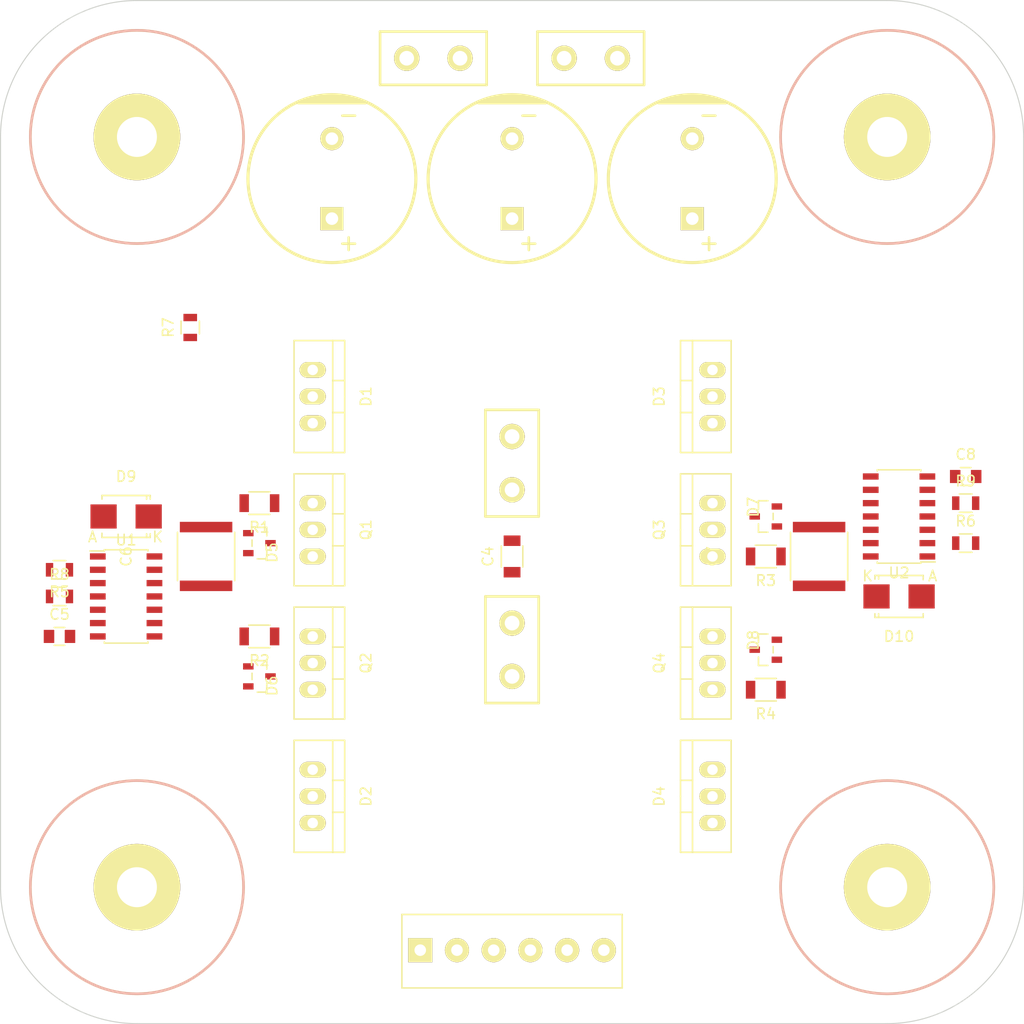
<source format=kicad_pcb>
(kicad_pcb (version 4) (host pcbnew "(after 2015-jan-16 BZR unknown)-product")

  (general
    (links 79)
    (no_connects 79)
    (area 18.148143 28.587 153.451857 134.550001)
    (thickness 1.6)
    (drawings 8)
    (tracks 0)
    (zones 0)
    (modules 42)
    (nets 34)
  )

  (page A4)
  (layers
    (0 F.Cu signal)
    (31 B.Cu signal)
    (32 B.Adhes user)
    (33 F.Adhes user)
    (34 B.Paste user)
    (35 F.Paste user)
    (36 B.SilkS user)
    (37 F.SilkS user)
    (38 B.Mask user)
    (39 F.Mask user)
    (40 Dwgs.User user)
    (41 Cmts.User user)
    (42 Eco1.User user)
    (43 Eco2.User user)
    (44 Edge.Cuts user)
    (45 Margin user)
    (46 B.CrtYd user)
    (47 F.CrtYd user)
    (48 B.Fab user)
    (49 F.Fab user)
  )

  (setup
    (last_trace_width 0.254)
    (trace_clearance 0.254)
    (zone_clearance 0.508)
    (zone_45_only no)
    (trace_min 0.254)
    (segment_width 0.2)
    (edge_width 0.1)
    (via_size 0.889)
    (via_drill 0.635)
    (via_min_size 0.889)
    (via_min_drill 0.508)
    (uvia_size 0.508)
    (uvia_drill 0.127)
    (uvias_allowed no)
    (uvia_min_size 0.508)
    (uvia_min_drill 0.127)
    (pcb_text_width 0.3)
    (pcb_text_size 1.5 1.5)
    (mod_edge_width 0.15)
    (mod_text_size 1 1)
    (mod_text_width 0.15)
    (pad_size 2.3 2.3)
    (pad_drill 1.1)
    (pad_to_mask_clearance 0)
    (aux_axis_origin 0 0)
    (visible_elements FFFFFF7F)
    (pcbplotparams
      (layerselection 0x00030_80000001)
      (usegerberextensions false)
      (excludeedgelayer true)
      (linewidth 0.100000)
      (plotframeref false)
      (viasonmask false)
      (mode 1)
      (useauxorigin false)
      (hpglpennumber 1)
      (hpglpenspeed 20)
      (hpglpendiameter 15)
      (hpglpenoverlay 2)
      (psnegative false)
      (psa4output false)
      (plotreference true)
      (plotvalue true)
      (plotinvisibletext false)
      (padsonsilk false)
      (subtractmaskfromsilk false)
      (outputformat 1)
      (mirror false)
      (drillshape 1)
      (scaleselection 1)
      (outputdirectory ""))
  )

  (net 0 "")
  (net 1 VPP)
  (net 2 GND)
  (net 3 /MOTOR-)
  (net 4 /MOTOR+)
  (net 5 VSS)
  (net 6 VDD)
  (net 7 /Vb_M+)
  (net 8 /Vb_M-)
  (net 9 /HO_M+)
  (net 10 /G_HI_M+)
  (net 11 /LO_M+)
  (net 12 /G_LO_M+)
  (net 13 /HO_M-)
  (net 14 /G_HI_M-)
  (net 15 /LO_M-)
  (net 16 /G_LO_M-)
  (net 17 "Net-(H1-Pad1)")
  (net 18 "Net-(H2-Pad1)")
  (net 19 "Net-(H3-Pad1)")
  (net 20 "Net-(H4-Pad1)")
  (net 21 ENABLE)
  (net 22 PWM_M-)
  (net 23 PWM_M+)
  (net 24 /DT_M+)
  (net 25 /DT_M-)
  (net 26 "Net-(U1-Pad8)")
  (net 27 "Net-(U1-Pad9)")
  (net 28 "Net-(U1-Pad10)")
  (net 29 "Net-(U1-Pad14)")
  (net 30 "Net-(U2-Pad8)")
  (net 31 "Net-(U2-Pad9)")
  (net 32 "Net-(U2-Pad10)")
  (net 33 "Net-(U2-Pad14)")

  (net_class Default "This is the default net class."
    (clearance 0.254)
    (trace_width 0.254)
    (via_dia 0.889)
    (via_drill 0.635)
    (uvia_dia 0.508)
    (uvia_drill 0.127)
    (add_net /DT_M+)
    (add_net /DT_M-)
    (add_net /G_HI_M+)
    (add_net /G_HI_M-)
    (add_net /G_LO_M+)
    (add_net /G_LO_M-)
    (add_net /HO_M+)
    (add_net /HO_M-)
    (add_net /LO_M+)
    (add_net /LO_M-)
    (add_net /MOTOR+)
    (add_net /MOTOR-)
    (add_net /Vb_M+)
    (add_net /Vb_M-)
    (add_net ENABLE)
    (add_net GND)
    (add_net "Net-(H1-Pad1)")
    (add_net "Net-(H2-Pad1)")
    (add_net "Net-(H3-Pad1)")
    (add_net "Net-(H4-Pad1)")
    (add_net "Net-(U1-Pad10)")
    (add_net "Net-(U1-Pad14)")
    (add_net "Net-(U1-Pad8)")
    (add_net "Net-(U1-Pad9)")
    (add_net "Net-(U2-Pad10)")
    (add_net "Net-(U2-Pad14)")
    (add_net "Net-(U2-Pad8)")
    (add_net "Net-(U2-Pad9)")
    (add_net PWM_M+)
    (add_net PWM_M-)
    (add_net VDD)
    (add_net VPP)
    (add_net VSS)
  )

  (module Phase2HBridge2:MountingHole-#6-Conductive (layer F.Cu) (tedit 54D8D0D6) (tstamp 54D945EE)
    (at 50 50)
    (path /54D945D6)
    (fp_text reference H1 (at 0 -19) (layer F.SilkS) hide
      (effects (font (size 2.54 2.54) (thickness 0.254)))
    )
    (fp_text value MountingHole-#6-Conductive (at 0 -14) (layer F.SilkS) hide
      (effects (font (size 2.54 2.54) (thickness 0.254)))
    )
    (fp_circle (center 0 0) (end 10.16 0) (layer B.SilkS) (width 0.254))
    (fp_circle (center 0 0) (end -10.16 0) (layer F.SilkS) (width 0.254))
    (pad 1 thru_hole circle (at 0 0) (size 8.255 8.255) (drill 3.81) (layers *.Cu *.Mask F.SilkS)
      (net 17 "Net-(H1-Pad1)"))
  )

  (module Phase2HBridge2:Capacitor18x31.5RM7.5 (layer F.Cu) (tedit 54D9421D) (tstamp 54D98D09)
    (at 68.58 53.975)
    (descr "Capacitor, pol, cyl 16x25mm")
    (path /54D8FE3F)
    (fp_text reference C1 (at 0 -10.16) (layer F.SilkS) hide
      (effects (font (size 1 1) (thickness 0.15)))
    )
    (fp_text value CAP-ALUM-220uF-200V-20%-EEU-ED2D221 (at 0 10.16) (layer F.SilkS) hide
      (effects (font (size 1 1) (thickness 0.15)))
    )
    (fp_line (start 1 -6) (end 2.2 -6) (layer F.SilkS) (width 0.25))
    (fp_line (start 1.6 5.6) (end 1.6 6.8) (layer F.SilkS) (width 0.25))
    (fp_line (start 2.2 6.2) (end 1 6.2) (layer F.SilkS) (width 0.25))
    (fp_line (start 1.4 -7.8) (end -1.4 -7.8) (layer F.SilkS) (width 0.25))
    (fp_line (start -2.2 -7.6) (end 2.2 -7.6) (layer F.SilkS) (width 0.25))
    (fp_line (start 2.8 -7.4) (end -2.8 -7.4) (layer F.SilkS) (width 0.25))
    (fp_line (start -3.2 -7.2) (end 3.2 -7.2) (layer F.SilkS) (width 0.25))
    (fp_circle (center 0 0) (end 8.001 0) (layer F.SilkS) (width 0.3))
    (pad 1 thru_hole rect (at 0 3.81) (size 2.2 2.2) (drill 1.2) (layers *.Cu *.Mask F.SilkS)
      (net 1 VPP))
    (pad 2 thru_hole circle (at 0 -3.81) (size 2.2 2.2) (drill 1.2) (layers *.Cu *.Mask F.SilkS)
      (net 2 GND))
    (model Capacitors_ThroughHole/Capacitor16x30RM7.5.wrl
      (at (xyz 0 0 0))
      (scale (xyz 1.125 1.125 1.05))
      (rotate (xyz 0 0 0))
    )
  )

  (module Phase2HBridge2:Capacitor18x31.5RM7.5 (layer F.Cu) (tedit 54D94226) (tstamp 54D98DA8)
    (at 102.9208 53.975)
    (descr "Capacitor, pol, cyl 16x25mm")
    (path /54D8FEAF)
    (fp_text reference C2 (at 0 -10.16) (layer F.SilkS) hide
      (effects (font (size 1 1) (thickness 0.15)))
    )
    (fp_text value CAP-ALUM-220uF-200V-20%-EEU-ED2D221 (at 0 10.16) (layer F.SilkS) hide
      (effects (font (size 1 1) (thickness 0.15)))
    )
    (fp_line (start 1 -6) (end 2.2 -6) (layer F.SilkS) (width 0.25))
    (fp_line (start 1.6 5.6) (end 1.6 6.8) (layer F.SilkS) (width 0.25))
    (fp_line (start 2.2 6.2) (end 1 6.2) (layer F.SilkS) (width 0.25))
    (fp_line (start 1.4 -7.8) (end -1.4 -7.8) (layer F.SilkS) (width 0.25))
    (fp_line (start -2.2 -7.6) (end 2.2 -7.6) (layer F.SilkS) (width 0.25))
    (fp_line (start 2.8 -7.4) (end -2.8 -7.4) (layer F.SilkS) (width 0.25))
    (fp_line (start -3.2 -7.2) (end 3.2 -7.2) (layer F.SilkS) (width 0.25))
    (fp_circle (center 0 0) (end 8.001 0) (layer F.SilkS) (width 0.3))
    (pad 1 thru_hole rect (at 0 3.81) (size 2.2 2.2) (drill 1.2) (layers *.Cu *.Mask F.SilkS)
      (net 1 VPP))
    (pad 2 thru_hole circle (at 0 -3.81) (size 2.2 2.2) (drill 1.2) (layers *.Cu *.Mask F.SilkS)
      (net 2 GND))
    (model Capacitors_ThroughHole/Capacitor16x30RM7.5.wrl
      (at (xyz 0 0 0))
      (scale (xyz 1.125 1.125 1.05))
      (rotate (xyz 0 0 0))
    )
  )

  (module Phase2HBridge2:Capacitor18x31.5RM7.5 (layer F.Cu) (tedit 54D94223) (tstamp 54D9925E)
    (at 85.75 53.975)
    (descr "Capacitor, pol, cyl 16x25mm")
    (path /54D8FF0D)
    (fp_text reference C3 (at 0 -10.16) (layer F.SilkS) hide
      (effects (font (size 1 1) (thickness 0.15)))
    )
    (fp_text value CAP-ALUM-220uF-200V-20%-EEU-ED2D221 (at 0 10.16) (layer F.SilkS) hide
      (effects (font (size 1 1) (thickness 0.15)))
    )
    (fp_line (start 1 -6) (end 2.2 -6) (layer F.SilkS) (width 0.25))
    (fp_line (start 1.6 5.6) (end 1.6 6.8) (layer F.SilkS) (width 0.25))
    (fp_line (start 2.2 6.2) (end 1 6.2) (layer F.SilkS) (width 0.25))
    (fp_line (start 1.4 -7.8) (end -1.4 -7.8) (layer F.SilkS) (width 0.25))
    (fp_line (start -2.2 -7.6) (end 2.2 -7.6) (layer F.SilkS) (width 0.25))
    (fp_line (start 2.8 -7.4) (end -2.8 -7.4) (layer F.SilkS) (width 0.25))
    (fp_line (start -3.2 -7.2) (end 3.2 -7.2) (layer F.SilkS) (width 0.25))
    (fp_circle (center 0 0) (end 8.001 0) (layer F.SilkS) (width 0.3))
    (pad 1 thru_hole rect (at 0 3.81) (size 2.2 2.2) (drill 1.2) (layers *.Cu *.Mask F.SilkS)
      (net 1 VPP))
    (pad 2 thru_hole circle (at 0 -3.81) (size 2.2 2.2) (drill 1.2) (layers *.Cu *.Mask F.SilkS)
      (net 2 GND))
    (model Capacitors_ThroughHole/Capacitor16x30RM7.5.wrl
      (at (xyz 0 0 0))
      (scale (xyz 1.125 1.125 1.05))
      (rotate (xyz 0 0 0))
    )
  )

  (module Capacitors_SMD:C_1206 (layer F.Cu) (tedit 54D943FA) (tstamp 54D98B41)
    (at 85.75 89.98 90)
    (descr "Capacitor SMD 1206, reflow soldering, AVX (see smccp.pdf)")
    (tags "capacitor 1206")
    (path /54D8FF86)
    (attr smd)
    (fp_text reference C4 (at 0 -2.3 90) (layer F.SilkS)
      (effects (font (size 1 1) (thickness 0.15)))
    )
    (fp_text value CAP-CER-470pF-630V-5%-NPO-1206-C1206C471JBGACTU (at 0 2.3 90) (layer F.SilkS) hide
      (effects (font (size 1 1) (thickness 0.15)))
    )
    (fp_line (start -2.3 -1.15) (end 2.3 -1.15) (layer F.CrtYd) (width 0.05))
    (fp_line (start -2.3 1.15) (end 2.3 1.15) (layer F.CrtYd) (width 0.05))
    (fp_line (start -2.3 -1.15) (end -2.3 1.15) (layer F.CrtYd) (width 0.05))
    (fp_line (start 2.3 -1.15) (end 2.3 1.15) (layer F.CrtYd) (width 0.05))
    (fp_line (start 1 -1.025) (end -1 -1.025) (layer F.SilkS) (width 0.15))
    (fp_line (start -1 1.025) (end 1 1.025) (layer F.SilkS) (width 0.15))
    (pad 1 smd rect (at -1.5 0 90) (size 1 1.6) (layers F.Cu F.Paste F.Mask)
      (net 3 /MOTOR-))
    (pad 2 smd rect (at 1.5 0 90) (size 1 1.6) (layers F.Cu F.Paste F.Mask)
      (net 4 /MOTOR+))
    (model Capacitors_SMD/C_1206.wrl
      (at (xyz 0 0 0))
      (scale (xyz 1 1 1))
      (rotate (xyz 0 0 0))
    )
  )

  (module Capacitors_SMD:C_0805 (layer F.Cu) (tedit 54D94417) (tstamp 54D98CD3)
    (at 42.62 97.6)
    (descr "Capacitor SMD 0805, reflow soldering, AVX (see smccp.pdf)")
    (tags "capacitor 0805")
    (path /54DA3F61)
    (attr smd)
    (fp_text reference C5 (at 0 -2.1) (layer F.SilkS)
      (effects (font (size 1 1) (thickness 0.15)))
    )
    (fp_text value CAP-CER-0.1uF-50V-10%-X7R-0805-C0805C104K5RACAUTO (at 0 2.1) (layer F.SilkS) hide
      (effects (font (size 1 1) (thickness 0.15)))
    )
    (fp_line (start -1.8 -1) (end 1.8 -1) (layer F.CrtYd) (width 0.05))
    (fp_line (start -1.8 1) (end 1.8 1) (layer F.CrtYd) (width 0.05))
    (fp_line (start -1.8 -1) (end -1.8 1) (layer F.CrtYd) (width 0.05))
    (fp_line (start 1.8 -1) (end 1.8 1) (layer F.CrtYd) (width 0.05))
    (fp_line (start 0.5 -0.85) (end -0.5 -0.85) (layer F.SilkS) (width 0.15))
    (fp_line (start -0.5 0.85) (end 0.5 0.85) (layer F.SilkS) (width 0.15))
    (pad 1 smd rect (at -1 0) (size 1 1.25) (layers F.Cu F.Paste F.Mask)
      (net 5 VSS))
    (pad 2 smd rect (at 1 0) (size 1 1.25) (layers F.Cu F.Paste F.Mask)
      (net 6 VDD))
    (model Capacitors_SMD/C_0805.wrl
      (at (xyz 0 0 0))
      (scale (xyz 1 1 1))
      (rotate (xyz 0 0 0))
    )
  )

  (module Capacitors_SMD:C_2220 (layer F.Cu) (tedit 54D94387) (tstamp 54D98C9B)
    (at 56.59 89.98 90)
    (descr "Capacitor SMD 2220, reflow soldering, AVX (see smccp.pdf)")
    (tags "capacitor 2220")
    (path /54DA02F7)
    (attr smd)
    (fp_text reference C6 (at 0 -7.62 90) (layer F.SilkS)
      (effects (font (size 1 1) (thickness 0.15)))
    )
    (fp_text value CAP-CER-0.68uF-250V-10%-X7R-2220-C2220C684KARACTU (at 0 4 90) (layer F.SilkS) hide
      (effects (font (size 1 1) (thickness 0.15)))
    )
    (fp_line (start -3.6 -2.85) (end 3.6 -2.85) (layer F.CrtYd) (width 0.05))
    (fp_line (start -3.6 2.85) (end 3.6 2.85) (layer F.CrtYd) (width 0.05))
    (fp_line (start -3.6 -2.85) (end -3.6 2.85) (layer F.CrtYd) (width 0.05))
    (fp_line (start 3.6 -2.85) (end 3.6 2.85) (layer F.CrtYd) (width 0.05))
    (fp_line (start 2.3 -2.725) (end -2.3 -2.725) (layer F.SilkS) (width 0.15))
    (fp_line (start -2.3 2.725) (end 2.3 2.725) (layer F.SilkS) (width 0.15))
    (pad 1 smd rect (at -2.8 0 90) (size 1 5) (layers F.Cu F.Paste F.Mask)
      (net 4 /MOTOR+))
    (pad 2 smd rect (at 2.8 0 90) (size 1 5) (layers F.Cu F.Paste F.Mask)
      (net 7 /Vb_M+))
    (model Capacitors_SMD/C_2220.wrl
      (at (xyz 0 0 0))
      (scale (xyz 1 1 1))
      (rotate (xyz 0 0 0))
    )
  )

  (module Capacitors_SMD:C_2220 (layer F.Cu) (tedit 54D94391) (tstamp 54D98B8C)
    (at 115.01 89.98 90)
    (descr "Capacitor SMD 2220, reflow soldering, AVX (see smccp.pdf)")
    (tags "capacitor 2220")
    (path /54DA03B2)
    (attr smd)
    (fp_text reference C7 (at 0 -10.16 90) (layer F.SilkS)
      (effects (font (size 1 1) (thickness 0.15)))
    )
    (fp_text value CAP-CER-0.68uF-250V-10%-X7R-2220-C2220C684KARACTU (at 0 4 90) (layer F.SilkS) hide
      (effects (font (size 1 1) (thickness 0.15)))
    )
    (fp_line (start -3.6 -2.85) (end 3.6 -2.85) (layer F.CrtYd) (width 0.05))
    (fp_line (start -3.6 2.85) (end 3.6 2.85) (layer F.CrtYd) (width 0.05))
    (fp_line (start -3.6 -2.85) (end -3.6 2.85) (layer F.CrtYd) (width 0.05))
    (fp_line (start 3.6 -2.85) (end 3.6 2.85) (layer F.CrtYd) (width 0.05))
    (fp_line (start 2.3 -2.725) (end -2.3 -2.725) (layer F.SilkS) (width 0.15))
    (fp_line (start -2.3 2.725) (end 2.3 2.725) (layer F.SilkS) (width 0.15))
    (pad 1 smd rect (at -2.8 0 90) (size 1 5) (layers F.Cu F.Paste F.Mask)
      (net 8 /Vb_M-))
    (pad 2 smd rect (at 2.8 0 90) (size 1 5) (layers F.Cu F.Paste F.Mask)
      (net 3 /MOTOR-))
    (model Capacitors_SMD/C_2220.wrl
      (at (xyz 0 0 0))
      (scale (xyz 1 1 1))
      (rotate (xyz 0 0 0))
    )
  )

  (module Capacitors_SMD:C_0805 (layer F.Cu) (tedit 54D94427) (tstamp 54D98C56)
    (at 128.98 82.36)
    (descr "Capacitor SMD 0805, reflow soldering, AVX (see smccp.pdf)")
    (tags "capacitor 0805")
    (path /54DA400C)
    (attr smd)
    (fp_text reference C8 (at 0 -2.1) (layer F.SilkS)
      (effects (font (size 1 1) (thickness 0.15)))
    )
    (fp_text value CAP-CER-0.1uF-50V-10%-X7R-0805-C0805C104K5RACAUTO (at 0 2.1) (layer F.SilkS) hide
      (effects (font (size 1 1) (thickness 0.15)))
    )
    (fp_line (start -1.8 -1) (end 1.8 -1) (layer F.CrtYd) (width 0.05))
    (fp_line (start -1.8 1) (end 1.8 1) (layer F.CrtYd) (width 0.05))
    (fp_line (start -1.8 -1) (end -1.8 1) (layer F.CrtYd) (width 0.05))
    (fp_line (start 1.8 -1) (end 1.8 1) (layer F.CrtYd) (width 0.05))
    (fp_line (start 0.5 -0.85) (end -0.5 -0.85) (layer F.SilkS) (width 0.15))
    (fp_line (start -0.5 0.85) (end 0.5 0.85) (layer F.SilkS) (width 0.15))
    (pad 1 smd rect (at -1 0) (size 1 1.25) (layers F.Cu F.Paste F.Mask)
      (net 6 VDD))
    (pad 2 smd rect (at 1 0) (size 1 1.25) (layers F.Cu F.Paste F.Mask)
      (net 5 VSS))
    (model Capacitors_SMD/C_0805.wrl
      (at (xyz 0 0 0))
      (scale (xyz 1 1 1))
      (rotate (xyz 0 0 0))
    )
  )

  (module Transistors_TO-220:TO-220_Neutral123_Vertical (layer F.Cu) (tedit 54D940A5) (tstamp 54D98B53)
    (at 66.75 74.74 270)
    (descr "TO-220, Neutral, Vertical,")
    (tags "TO-220, Neutral, Vertical,")
    (path /54D900B1)
    (fp_text reference D1 (at 0 -5.08 270) (layer F.SilkS)
      (effects (font (size 1 1) (thickness 0.15)))
    )
    (fp_text value DIODE-SCH-250V-40A-MBR40250 (at 0 3.81 270) (layer F.SilkS) hide
      (effects (font (size 1 1) (thickness 0.15)))
    )
    (fp_line (start -1.524 -3.048) (end -1.524 -1.905) (layer F.SilkS) (width 0.15))
    (fp_line (start 1.524 -3.048) (end 1.524 -1.905) (layer F.SilkS) (width 0.15))
    (fp_line (start 5.334 -1.905) (end 5.334 1.778) (layer F.SilkS) (width 0.15))
    (fp_line (start 5.334 1.778) (end -5.334 1.778) (layer F.SilkS) (width 0.15))
    (fp_line (start -5.334 1.778) (end -5.334 -1.905) (layer F.SilkS) (width 0.15))
    (fp_line (start 5.334 -3.048) (end 5.334 -1.905) (layer F.SilkS) (width 0.15))
    (fp_line (start 5.334 -1.905) (end -5.334 -1.905) (layer F.SilkS) (width 0.15))
    (fp_line (start -5.334 -1.905) (end -5.334 -3.048) (layer F.SilkS) (width 0.15))
    (fp_line (start 0 -3.048) (end -5.334 -3.048) (layer F.SilkS) (width 0.15))
    (fp_line (start 0 -3.048) (end 5.334 -3.048) (layer F.SilkS) (width 0.15))
    (pad 2 thru_hole oval (at 0 0) (size 2.49936 1.50114) (drill 1.00076) (layers *.Cu *.Mask F.SilkS))
    (pad 1 thru_hole oval (at -2.54 0) (size 2.49936 1.50114) (drill 1.00076) (layers *.Cu *.Mask F.SilkS)
      (net 1 VPP))
    (pad 3 thru_hole oval (at 2.54 0) (size 2.49936 1.50114) (drill 1.00076) (layers *.Cu *.Mask F.SilkS)
      (net 4 /MOTOR+))
    (model Transistors_TO-220/TO-220_Neutral123_Vertical.wrl
      (at (xyz 0 0 0))
      (scale (xyz 0.3937 0.3937 0.3937))
      (rotate (xyz 0 0 0))
    )
  )

  (module Transistors_TO-220:TO-220_Neutral123_Vertical (layer F.Cu) (tedit 54D940A5) (tstamp 54D98BF3)
    (at 66.75 112.84 270)
    (descr "TO-220, Neutral, Vertical,")
    (tags "TO-220, Neutral, Vertical,")
    (path /54D90124)
    (fp_text reference D2 (at 0 -5.08 270) (layer F.SilkS)
      (effects (font (size 1 1) (thickness 0.15)))
    )
    (fp_text value DIODE-SCH-250V-40A-MBR40250 (at 0 3.81 270) (layer F.SilkS) hide
      (effects (font (size 1 1) (thickness 0.15)))
    )
    (fp_line (start -1.524 -3.048) (end -1.524 -1.905) (layer F.SilkS) (width 0.15))
    (fp_line (start 1.524 -3.048) (end 1.524 -1.905) (layer F.SilkS) (width 0.15))
    (fp_line (start 5.334 -1.905) (end 5.334 1.778) (layer F.SilkS) (width 0.15))
    (fp_line (start 5.334 1.778) (end -5.334 1.778) (layer F.SilkS) (width 0.15))
    (fp_line (start -5.334 1.778) (end -5.334 -1.905) (layer F.SilkS) (width 0.15))
    (fp_line (start 5.334 -3.048) (end 5.334 -1.905) (layer F.SilkS) (width 0.15))
    (fp_line (start 5.334 -1.905) (end -5.334 -1.905) (layer F.SilkS) (width 0.15))
    (fp_line (start -5.334 -1.905) (end -5.334 -3.048) (layer F.SilkS) (width 0.15))
    (fp_line (start 0 -3.048) (end -5.334 -3.048) (layer F.SilkS) (width 0.15))
    (fp_line (start 0 -3.048) (end 5.334 -3.048) (layer F.SilkS) (width 0.15))
    (pad 2 thru_hole oval (at 0 0) (size 2.49936 1.50114) (drill 1.00076) (layers *.Cu *.Mask F.SilkS))
    (pad 1 thru_hole oval (at -2.54 0) (size 2.49936 1.50114) (drill 1.00076) (layers *.Cu *.Mask F.SilkS)
      (net 4 /MOTOR+))
    (pad 3 thru_hole oval (at 2.54 0) (size 2.49936 1.50114) (drill 1.00076) (layers *.Cu *.Mask F.SilkS)
      (net 2 GND))
    (model Transistors_TO-220/TO-220_Neutral123_Vertical.wrl
      (at (xyz 0 0 0))
      (scale (xyz 0.3937 0.3937 0.3937))
      (rotate (xyz 0 0 0))
    )
  )

  (module Transistors_TO-220:TO-220_Neutral123_Vertical (layer F.Cu) (tedit 54D940A5) (tstamp 54D98C68)
    (at 104.85 74.74 90)
    (descr "TO-220, Neutral, Vertical,")
    (tags "TO-220, Neutral, Vertical,")
    (path /54D90210)
    (fp_text reference D3 (at 0 -5.08 90) (layer F.SilkS)
      (effects (font (size 1 1) (thickness 0.15)))
    )
    (fp_text value DIODE-SCH-250V-40A-MBR40250 (at 0 3.81 90) (layer F.SilkS) hide
      (effects (font (size 1 1) (thickness 0.15)))
    )
    (fp_line (start -1.524 -3.048) (end -1.524 -1.905) (layer F.SilkS) (width 0.15))
    (fp_line (start 1.524 -3.048) (end 1.524 -1.905) (layer F.SilkS) (width 0.15))
    (fp_line (start 5.334 -1.905) (end 5.334 1.778) (layer F.SilkS) (width 0.15))
    (fp_line (start 5.334 1.778) (end -5.334 1.778) (layer F.SilkS) (width 0.15))
    (fp_line (start -5.334 1.778) (end -5.334 -1.905) (layer F.SilkS) (width 0.15))
    (fp_line (start 5.334 -3.048) (end 5.334 -1.905) (layer F.SilkS) (width 0.15))
    (fp_line (start 5.334 -1.905) (end -5.334 -1.905) (layer F.SilkS) (width 0.15))
    (fp_line (start -5.334 -1.905) (end -5.334 -3.048) (layer F.SilkS) (width 0.15))
    (fp_line (start 0 -3.048) (end -5.334 -3.048) (layer F.SilkS) (width 0.15))
    (fp_line (start 0 -3.048) (end 5.334 -3.048) (layer F.SilkS) (width 0.15))
    (pad 2 thru_hole oval (at 0 0 180) (size 2.49936 1.50114) (drill 1.00076) (layers *.Cu *.Mask F.SilkS))
    (pad 1 thru_hole oval (at -2.54 0 180) (size 2.49936 1.50114) (drill 1.00076) (layers *.Cu *.Mask F.SilkS)
      (net 1 VPP))
    (pad 3 thru_hole oval (at 2.54 0 180) (size 2.49936 1.50114) (drill 1.00076) (layers *.Cu *.Mask F.SilkS)
      (net 3 /MOTOR-))
    (model Transistors_TO-220/TO-220_Neutral123_Vertical.wrl
      (at (xyz 0 0 0))
      (scale (xyz 0.3937 0.3937 0.3937))
      (rotate (xyz 0 0 0))
    )
  )

  (module Transistors_TO-220:TO-220_Neutral123_Vertical (layer F.Cu) (tedit 54D940A5) (tstamp 54D98BE1)
    (at 104.85 112.84 90)
    (descr "TO-220, Neutral, Vertical,")
    (tags "TO-220, Neutral, Vertical,")
    (path /54D902B2)
    (fp_text reference D4 (at 0 -5.08 90) (layer F.SilkS)
      (effects (font (size 1 1) (thickness 0.15)))
    )
    (fp_text value DIODE-SCH-250V-40A-MBR40250 (at 0 3.81 90) (layer F.SilkS) hide
      (effects (font (size 1 1) (thickness 0.15)))
    )
    (fp_line (start -1.524 -3.048) (end -1.524 -1.905) (layer F.SilkS) (width 0.15))
    (fp_line (start 1.524 -3.048) (end 1.524 -1.905) (layer F.SilkS) (width 0.15))
    (fp_line (start 5.334 -1.905) (end 5.334 1.778) (layer F.SilkS) (width 0.15))
    (fp_line (start 5.334 1.778) (end -5.334 1.778) (layer F.SilkS) (width 0.15))
    (fp_line (start -5.334 1.778) (end -5.334 -1.905) (layer F.SilkS) (width 0.15))
    (fp_line (start 5.334 -3.048) (end 5.334 -1.905) (layer F.SilkS) (width 0.15))
    (fp_line (start 5.334 -1.905) (end -5.334 -1.905) (layer F.SilkS) (width 0.15))
    (fp_line (start -5.334 -1.905) (end -5.334 -3.048) (layer F.SilkS) (width 0.15))
    (fp_line (start 0 -3.048) (end -5.334 -3.048) (layer F.SilkS) (width 0.15))
    (fp_line (start 0 -3.048) (end 5.334 -3.048) (layer F.SilkS) (width 0.15))
    (pad 2 thru_hole oval (at 0 0 180) (size 2.49936 1.50114) (drill 1.00076) (layers *.Cu *.Mask F.SilkS))
    (pad 1 thru_hole oval (at -2.54 0 180) (size 2.49936 1.50114) (drill 1.00076) (layers *.Cu *.Mask F.SilkS)
      (net 3 /MOTOR-))
    (pad 3 thru_hole oval (at 2.54 0 180) (size 2.49936 1.50114) (drill 1.00076) (layers *.Cu *.Mask F.SilkS)
      (net 2 GND))
    (model Transistors_TO-220/TO-220_Neutral123_Vertical.wrl
      (at (xyz 0 0 0))
      (scale (xyz 0.3937 0.3937 0.3937))
      (rotate (xyz 0 0 0))
    )
  )

  (module Transistors_SMD:sot23 (layer F.Cu) (tedit 54D940A5) (tstamp 54D98CA8)
    (at 61.67 88.71 270)
    (descr SOT23)
    (path /54D9047D)
    (attr smd)
    (fp_text reference D5 (at 0.9 -1.2 270) (layer F.SilkS)
      (effects (font (size 1 1) (thickness 0.15)))
    )
    (fp_text value DIODE-SCH-40V-750mA-BAT750 (at 0 2.3 270) (layer F.SilkS) hide
      (effects (font (size 1 1) (thickness 0.15)))
    )
    (fp_line (start -1.5 0.2) (end -1.5 -0.7) (layer F.SilkS) (width 0.15))
    (fp_line (start -1.5 -0.7) (end -0.7 -0.7) (layer F.SilkS) (width 0.15))
    (fp_line (start 1.5 0.2) (end 1.5 -0.7) (layer F.SilkS) (width 0.15))
    (fp_line (start 1.5 -0.7) (end 0.7 -0.7) (layer F.SilkS) (width 0.15))
    (fp_line (start 0.3 0.7) (end -0.3 0.7) (layer F.SilkS) (width 0.15))
    (pad 1 smd rect (at -0.9525 1.05664 270) (size 0.59944 1.00076) (layers F.Cu F.Paste F.Mask)
      (net 9 /HO_M+))
    (pad 3 smd rect (at 0 -1.05664 270) (size 0.59944 1.00076) (layers F.Cu F.Paste F.Mask)
      (net 10 /G_HI_M+))
    (pad 2 smd rect (at 0.9525 1.05664 270) (size 0.59944 1.00076) (layers F.Cu F.Paste F.Mask))
    (model Transistors_SMD/sot23.wrl
      (at (xyz 0 0 0))
      (scale (xyz 1 1 1))
      (rotate (xyz 0 0 0))
    )
  )

  (module Transistors_SMD:sot23 (layer F.Cu) (tedit 54D940A5) (tstamp 54D98D6A)
    (at 61.67 101.41 270)
    (descr SOT23)
    (path /54D9056B)
    (attr smd)
    (fp_text reference D6 (at 0.9 -1.2 270) (layer F.SilkS)
      (effects (font (size 1 1) (thickness 0.15)))
    )
    (fp_text value DIODE-SCH-40V-750mA-BAT750 (at 0 2.3 270) (layer F.SilkS) hide
      (effects (font (size 1 1) (thickness 0.15)))
    )
    (fp_line (start -1.5 0.2) (end -1.5 -0.7) (layer F.SilkS) (width 0.15))
    (fp_line (start -1.5 -0.7) (end -0.7 -0.7) (layer F.SilkS) (width 0.15))
    (fp_line (start 1.5 0.2) (end 1.5 -0.7) (layer F.SilkS) (width 0.15))
    (fp_line (start 1.5 -0.7) (end 0.7 -0.7) (layer F.SilkS) (width 0.15))
    (fp_line (start 0.3 0.7) (end -0.3 0.7) (layer F.SilkS) (width 0.15))
    (pad 1 smd rect (at -0.9525 1.05664 270) (size 0.59944 1.00076) (layers F.Cu F.Paste F.Mask)
      (net 11 /LO_M+))
    (pad 3 smd rect (at 0 -1.05664 270) (size 0.59944 1.00076) (layers F.Cu F.Paste F.Mask)
      (net 12 /G_LO_M+))
    (pad 2 smd rect (at 0.9525 1.05664 270) (size 0.59944 1.00076) (layers F.Cu F.Paste F.Mask))
    (model Transistors_SMD/sot23.wrl
      (at (xyz 0 0 0))
      (scale (xyz 1 1 1))
      (rotate (xyz 0 0 0))
    )
  )

  (module Transistors_SMD:sot23 (layer F.Cu) (tedit 54D940A5) (tstamp 54D98B60)
    (at 109.93 86.17 90)
    (descr SOT23)
    (path /54D905E0)
    (attr smd)
    (fp_text reference D7 (at 0.9 -1.2 90) (layer F.SilkS)
      (effects (font (size 1 1) (thickness 0.15)))
    )
    (fp_text value DIODE-SCH-40V-750mA-BAT750 (at 0 2.3 90) (layer F.SilkS) hide
      (effects (font (size 1 1) (thickness 0.15)))
    )
    (fp_line (start -1.5 0.2) (end -1.5 -0.7) (layer F.SilkS) (width 0.15))
    (fp_line (start -1.5 -0.7) (end -0.7 -0.7) (layer F.SilkS) (width 0.15))
    (fp_line (start 1.5 0.2) (end 1.5 -0.7) (layer F.SilkS) (width 0.15))
    (fp_line (start 1.5 -0.7) (end 0.7 -0.7) (layer F.SilkS) (width 0.15))
    (fp_line (start 0.3 0.7) (end -0.3 0.7) (layer F.SilkS) (width 0.15))
    (pad 1 smd rect (at -0.9525 1.05664 90) (size 0.59944 1.00076) (layers F.Cu F.Paste F.Mask)
      (net 13 /HO_M-))
    (pad 3 smd rect (at 0 -1.05664 90) (size 0.59944 1.00076) (layers F.Cu F.Paste F.Mask)
      (net 14 /G_HI_M-))
    (pad 2 smd rect (at 0.9525 1.05664 90) (size 0.59944 1.00076) (layers F.Cu F.Paste F.Mask))
    (model Transistors_SMD/sot23.wrl
      (at (xyz 0 0 0))
      (scale (xyz 1 1 1))
      (rotate (xyz 0 0 0))
    )
  )

  (module Transistors_SMD:sot23 (layer F.Cu) (tedit 54D940A5) (tstamp 54D98BC4)
    (at 109.93 98.87 90)
    (descr SOT23)
    (path /54D906AC)
    (attr smd)
    (fp_text reference D8 (at 0.9 -1.2 90) (layer F.SilkS)
      (effects (font (size 1 1) (thickness 0.15)))
    )
    (fp_text value DIODE-SCH-40V-750mA-BAT750 (at 0 2.3 90) (layer F.SilkS) hide
      (effects (font (size 1 1) (thickness 0.15)))
    )
    (fp_line (start -1.5 0.2) (end -1.5 -0.7) (layer F.SilkS) (width 0.15))
    (fp_line (start -1.5 -0.7) (end -0.7 -0.7) (layer F.SilkS) (width 0.15))
    (fp_line (start 1.5 0.2) (end 1.5 -0.7) (layer F.SilkS) (width 0.15))
    (fp_line (start 1.5 -0.7) (end 0.7 -0.7) (layer F.SilkS) (width 0.15))
    (fp_line (start 0.3 0.7) (end -0.3 0.7) (layer F.SilkS) (width 0.15))
    (pad 1 smd rect (at -0.9525 1.05664 90) (size 0.59944 1.00076) (layers F.Cu F.Paste F.Mask)
      (net 15 /LO_M-))
    (pad 3 smd rect (at 0 -1.05664 90) (size 0.59944 1.00076) (layers F.Cu F.Paste F.Mask)
      (net 16 /G_LO_M-))
    (pad 2 smd rect (at 0.9525 1.05664 90) (size 0.59944 1.00076) (layers F.Cu F.Paste F.Mask))
    (model Transistors_SMD/sot23.wrl
      (at (xyz 0 0 0))
      (scale (xyz 1 1 1))
      (rotate (xyz 0 0 0))
    )
  )

  (module Diodes_SMD:Diode-SMB_Standard (layer F.Cu) (tedit 54D940A5) (tstamp 54D98C8E)
    (at 48.97 86.17)
    (descr "Diode SMB Standard")
    (tags "Diode SMB Standard")
    (path /54DA04A0)
    (attr smd)
    (fp_text reference D9 (at 0 -3.81) (layer F.SilkS)
      (effects (font (size 1 1) (thickness 0.15)))
    )
    (fp_text value DIODE-SCH-200V-3A-MBRS3200T3G (at 0 3.81) (layer F.SilkS) hide
      (effects (font (size 1 1) (thickness 0.15)))
    )
    (fp_text user A (at -3.2004 1.95072) (layer F.SilkS)
      (effects (font (size 1 1) (thickness 0.15)))
    )
    (fp_text user K (at 2.99974 1.95072) (layer F.SilkS)
      (effects (font (size 1 1) (thickness 0.15)))
    )
    (fp_line (start -2.30124 1.75006) (end -2.30124 1.6002) (layer F.SilkS) (width 0.15))
    (fp_line (start 1.95072 1.75006) (end 1.95072 1.651) (layer F.SilkS) (width 0.15))
    (fp_line (start 2.30124 1.75006) (end 2.30124 1.651) (layer F.SilkS) (width 0.15))
    (fp_line (start -2.30124 -1.75006) (end -2.30124 -1.651) (layer F.SilkS) (width 0.15))
    (fp_line (start 1.95072 -1.75006) (end 1.95072 -1.651) (layer F.SilkS) (width 0.15))
    (fp_line (start 2.30124 -1.75006) (end 2.30124 -1.651) (layer F.SilkS) (width 0.15))
    (fp_circle (center 0 0) (end 0.44958 0.09906) (layer F.Adhes) (width 0.381))
    (fp_circle (center 0 0) (end 0.20066 0.09906) (layer F.Adhes) (width 0.381))
    (fp_line (start 1.95072 1.99898) (end 1.95072 1.80086) (layer F.SilkS) (width 0.15))
    (fp_line (start 1.95072 -1.99898) (end 1.95072 -1.80086) (layer F.SilkS) (width 0.15))
    (fp_line (start 2.29616 1.99644) (end 2.29616 1.79832) (layer F.SilkS) (width 0.15))
    (fp_line (start -2.30632 1.99644) (end 2.29616 1.99644) (layer F.SilkS) (width 0.15))
    (fp_line (start -2.30632 1.99644) (end -2.30632 1.79832) (layer F.SilkS) (width 0.15))
    (fp_line (start -2.30124 -1.99898) (end -2.30124 -1.80086) (layer F.SilkS) (width 0.15))
    (fp_line (start -2.30124 -1.99898) (end 2.30124 -1.99898) (layer F.SilkS) (width 0.15))
    (fp_line (start 2.30124 -1.99898) (end 2.30124 -1.80086) (layer F.SilkS) (width 0.15))
    (pad 1 smd rect (at -2.14884 0) (size 2.49936 2.30124) (layers F.Cu F.Paste F.Mask)
      (net 6 VDD))
    (pad 2 smd rect (at 2.14884 0) (size 2.49936 2.30124) (layers F.Cu F.Paste F.Mask)
      (net 7 /Vb_M+))
    (model Diodes_SMD/Diode-SMB_Standard.wrl
      (at (xyz 0 0 0))
      (scale (xyz 0.3937 0.3937 0.3937))
      (rotate (xyz 0 0 0))
    )
  )

  (module Diodes_SMD:Diode-SMB_Standard (layer F.Cu) (tedit 54D940A5) (tstamp 54D98BA5)
    (at 122.63 93.79 180)
    (descr "Diode SMB Standard")
    (tags "Diode SMB Standard")
    (path /54DA0552)
    (attr smd)
    (fp_text reference D10 (at 0 -3.81 180) (layer F.SilkS)
      (effects (font (size 1 1) (thickness 0.15)))
    )
    (fp_text value DIODE-SCH-200V-3A-MBRS3200T3G (at 0 3.81 180) (layer F.SilkS) hide
      (effects (font (size 1 1) (thickness 0.15)))
    )
    (fp_text user A (at -3.2004 1.95072 180) (layer F.SilkS)
      (effects (font (size 1 1) (thickness 0.15)))
    )
    (fp_text user K (at 2.99974 1.95072 180) (layer F.SilkS)
      (effects (font (size 1 1) (thickness 0.15)))
    )
    (fp_line (start -2.30124 1.75006) (end -2.30124 1.6002) (layer F.SilkS) (width 0.15))
    (fp_line (start 1.95072 1.75006) (end 1.95072 1.651) (layer F.SilkS) (width 0.15))
    (fp_line (start 2.30124 1.75006) (end 2.30124 1.651) (layer F.SilkS) (width 0.15))
    (fp_line (start -2.30124 -1.75006) (end -2.30124 -1.651) (layer F.SilkS) (width 0.15))
    (fp_line (start 1.95072 -1.75006) (end 1.95072 -1.651) (layer F.SilkS) (width 0.15))
    (fp_line (start 2.30124 -1.75006) (end 2.30124 -1.651) (layer F.SilkS) (width 0.15))
    (fp_circle (center 0 0) (end 0.44958 0.09906) (layer F.Adhes) (width 0.381))
    (fp_circle (center 0 0) (end 0.20066 0.09906) (layer F.Adhes) (width 0.381))
    (fp_line (start 1.95072 1.99898) (end 1.95072 1.80086) (layer F.SilkS) (width 0.15))
    (fp_line (start 1.95072 -1.99898) (end 1.95072 -1.80086) (layer F.SilkS) (width 0.15))
    (fp_line (start 2.29616 1.99644) (end 2.29616 1.79832) (layer F.SilkS) (width 0.15))
    (fp_line (start -2.30632 1.99644) (end 2.29616 1.99644) (layer F.SilkS) (width 0.15))
    (fp_line (start -2.30632 1.99644) (end -2.30632 1.79832) (layer F.SilkS) (width 0.15))
    (fp_line (start -2.30124 -1.99898) (end -2.30124 -1.80086) (layer F.SilkS) (width 0.15))
    (fp_line (start -2.30124 -1.99898) (end 2.30124 -1.99898) (layer F.SilkS) (width 0.15))
    (fp_line (start 2.30124 -1.99898) (end 2.30124 -1.80086) (layer F.SilkS) (width 0.15))
    (pad 1 smd rect (at -2.14884 0 180) (size 2.49936 2.30124) (layers F.Cu F.Paste F.Mask)
      (net 6 VDD))
    (pad 2 smd rect (at 2.14884 0 180) (size 2.49936 2.30124) (layers F.Cu F.Paste F.Mask)
      (net 8 /Vb_M-))
    (model Diodes_SMD/Diode-SMB_Standard.wrl
      (at (xyz 0 0 0))
      (scale (xyz 0.3937 0.3937 0.3937))
      (rotate (xyz 0 0 0))
    )
  )

  (module Phase2HBridge2:MountingHole-#6-Conductive (layer F.Cu) (tedit 54D8D0D6) (tstamp 54D945F5)
    (at 50 121.5)
    (path /54D9476A)
    (fp_text reference H2 (at 0 -19) (layer F.SilkS) hide
      (effects (font (size 2.54 2.54) (thickness 0.254)))
    )
    (fp_text value MountingHole-#6-Conductive (at 0 -14) (layer F.SilkS) hide
      (effects (font (size 2.54 2.54) (thickness 0.254)))
    )
    (fp_circle (center 0 0) (end 10.16 0) (layer B.SilkS) (width 0.254))
    (fp_circle (center 0 0) (end -10.16 0) (layer F.SilkS) (width 0.254))
    (pad 1 thru_hole circle (at 0 0) (size 8.255 8.255) (drill 3.81) (layers *.Cu *.Mask F.SilkS)
      (net 18 "Net-(H2-Pad1)"))
  )

  (module Phase2HBridge2:MountingHole-#6-Conductive (layer F.Cu) (tedit 54D8D0D6) (tstamp 54D945FC)
    (at 121.5 50)
    (path /54D947DA)
    (fp_text reference H3 (at 0 -19) (layer F.SilkS) hide
      (effects (font (size 2.54 2.54) (thickness 0.254)))
    )
    (fp_text value MountingHole-#6-Conductive (at 0 -14) (layer F.SilkS) hide
      (effects (font (size 2.54 2.54) (thickness 0.254)))
    )
    (fp_circle (center 0 0) (end 10.16 0) (layer B.SilkS) (width 0.254))
    (fp_circle (center 0 0) (end -10.16 0) (layer F.SilkS) (width 0.254))
    (pad 1 thru_hole circle (at 0 0) (size 8.255 8.255) (drill 3.81) (layers *.Cu *.Mask F.SilkS)
      (net 19 "Net-(H3-Pad1)"))
  )

  (module Phase2HBridge2:MountingHole-#6-Conductive (layer F.Cu) (tedit 54D8D0D6) (tstamp 54D98D72)
    (at 121.5 121.5)
    (path /54D9484D)
    (fp_text reference H4 (at 0 -19) (layer F.SilkS) hide
      (effects (font (size 2.54 2.54) (thickness 0.254)))
    )
    (fp_text value MountingHole-#6-Conductive (at 0 -14) (layer F.SilkS) hide
      (effects (font (size 2.54 2.54) (thickness 0.254)))
    )
    (fp_circle (center 0 0) (end 10.16 0) (layer B.SilkS) (width 0.254))
    (fp_circle (center 0 0) (end -10.16 0) (layer F.SilkS) (width 0.254))
    (pad 1 thru_hole circle (at 0 0) (size 8.255 8.255) (drill 3.81) (layers *.Cu *.Mask F.SilkS)
      (net 20 "Net-(H4-Pad1)"))
  )

  (module Phase2HBridge2:CON-TerminalBlock-6Pos-Side-3.5MM-1776275-6 (layer F.Cu) (tedit 54D94330) (tstamp 54D994A5)
    (at 77 127.5)
    (path /54D9000B)
    (fp_text reference J1 (at 0 -22.86) (layer F.SilkS) hide
      (effects (font (size 2.54 2.54) (thickness 0.254)))
    )
    (fp_text value CONN-01X06-TerminalBlock-3.5mm-Side-1776275-6 (at 10 -5) (layer F.SilkS) hide
      (effects (font (size 2.54 2.54) (thickness 0.254)))
    )
    (fp_line (start -1.75 -3.4) (end -1.75 3.6) (layer F.SilkS) (width 0.15))
    (fp_line (start -1.75 3.6) (end 19.25 3.6) (layer F.SilkS) (width 0.15))
    (fp_line (start 19.25 3.6) (end 19.25 -3.4) (layer F.SilkS) (width 0.15))
    (fp_line (start 19.25 -3.4) (end -1.75 -3.4) (layer F.SilkS) (width 0.15))
    (pad 1 thru_hole rect (at 0 0) (size 2.3 2.3) (drill 1.1) (layers *.Cu *.Mask F.SilkS)
      (net 5 VSS))
    (pad 2 thru_hole circle (at 3.5 0) (size 2.3 2.3) (drill 1.1) (layers *.Cu *.Mask F.SilkS)
      (net 6 VDD))
    (pad 3 thru_hole circle (at 7 0) (size 2.3 2.3) (drill 1.1) (layers *.Cu *.Mask F.SilkS)
      (net 21 ENABLE))
    (pad 4 thru_hole circle (at 10.5 0) (size 2.3 2.3) (drill 1.1) (layers *.Cu *.Mask F.SilkS)
      (net 22 PWM_M-))
    (pad 5 thru_hole circle (at 14 0) (size 2.3 2.3) (drill 1.1) (layers *.Cu *.Mask F.SilkS)
      (net 23 PWM_M+))
    (pad 6 thru_hole circle (at 17.5 0) (size 2.3 2.3) (drill 1.1) (layers *.Cu *.Mask F.SilkS)
      (net 5 VSS))
  )

  (module Phase2HBridge2:CON-FASTON-0.250-1217861-1 (layer F.Cu) (tedit 54D94335) (tstamp 54D98D14)
    (at 78.25 42.5)
    (path /54D9272F)
    (fp_text reference J2 (at 0 -11.43) (layer F.SilkS) hide
      (effects (font (size 2.54 2.54) (thickness 0.254)))
    )
    (fp_text value CONN-FASTON-0.250"-1217861-1 (at 0 -5.08) (layer F.SilkS) hide
      (effects (font (size 2.54 2.54) (thickness 0.254)))
    )
    (fp_line (start 5.08 -2.54) (end -5.08 -2.54) (layer F.SilkS) (width 0.254))
    (fp_line (start -5.08 -2.54) (end -5.08 2.54) (layer F.SilkS) (width 0.254))
    (fp_line (start -5.08 2.54) (end 5.08 2.54) (layer F.SilkS) (width 0.254))
    (fp_line (start 5.08 2.54) (end 5.08 -2.54) (layer F.SilkS) (width 0.254))
    (pad 1 thru_hole circle (at -2.54 0) (size 2.413 2.413) (drill 1.397) (layers *.Cu *.Mask F.SilkS)
      (net 1 VPP))
    (pad 1 thru_hole circle (at 2.54 0) (size 2.413 2.413) (drill 1.397) (layers *.Cu *.Mask F.SilkS)
      (net 1 VPP))
  )

  (module Phase2HBridge2:CON-FASTON-0.250-1217861-1 (layer F.Cu) (tedit 54D94339) (tstamp 54D98D1F)
    (at 93.25 42.5 180)
    (path /54D927B4)
    (fp_text reference J3 (at 0 -11.43 180) (layer F.SilkS) hide
      (effects (font (size 2.54 2.54) (thickness 0.254)))
    )
    (fp_text value CONN-FASTON-0.250"-1217861-1 (at 0 -5.08 180) (layer F.SilkS) hide
      (effects (font (size 2.54 2.54) (thickness 0.254)))
    )
    (fp_line (start 5.08 -2.54) (end -5.08 -2.54) (layer F.SilkS) (width 0.254))
    (fp_line (start -5.08 -2.54) (end -5.08 2.54) (layer F.SilkS) (width 0.254))
    (fp_line (start -5.08 2.54) (end 5.08 2.54) (layer F.SilkS) (width 0.254))
    (fp_line (start 5.08 2.54) (end 5.08 -2.54) (layer F.SilkS) (width 0.254))
    (pad 1 thru_hole circle (at -2.54 0 180) (size 2.413 2.413) (drill 1.397) (layers *.Cu *.Mask F.SilkS)
      (net 2 GND))
    (pad 1 thru_hole circle (at 2.54 0 180) (size 2.413 2.413) (drill 1.397) (layers *.Cu *.Mask F.SilkS)
      (net 2 GND))
  )

  (module Phase2HBridge2:CON-FASTON-0.250-1217861-1 (layer F.Cu) (tedit 54D9431E) (tstamp 54D98B34)
    (at 85.7504 81.09 90)
    (path /54D92824)
    (fp_text reference J4 (at 0 -11.43 90) (layer F.SilkS) hide
      (effects (font (size 2.54 2.54) (thickness 0.254)))
    )
    (fp_text value CONN-FASTON-0.250"-1217861-1 (at 25.4 -2.54 90) (layer F.SilkS) hide
      (effects (font (size 2.54 2.54) (thickness 0.254)))
    )
    (fp_line (start 5.08 -2.54) (end -5.08 -2.54) (layer F.SilkS) (width 0.254))
    (fp_line (start -5.08 -2.54) (end -5.08 2.54) (layer F.SilkS) (width 0.254))
    (fp_line (start -5.08 2.54) (end 5.08 2.54) (layer F.SilkS) (width 0.254))
    (fp_line (start 5.08 2.54) (end 5.08 -2.54) (layer F.SilkS) (width 0.254))
    (pad 1 thru_hole circle (at -2.54 0 90) (size 2.413 2.413) (drill 1.397) (layers *.Cu *.Mask F.SilkS)
      (net 4 /MOTOR+))
    (pad 1 thru_hole circle (at 2.54 0 90) (size 2.413 2.413) (drill 1.397) (layers *.Cu *.Mask F.SilkS)
      (net 4 /MOTOR+))
  )

  (module Phase2HBridge2:CON-FASTON-0.250-1217861-1 (layer F.Cu) (tedit 54D94322) (tstamp 54D98BCF)
    (at 85.7504 98.87 90)
    (path /54D928B3)
    (fp_text reference J5 (at 0 -11.43 90) (layer F.SilkS) hide
      (effects (font (size 2.54 2.54) (thickness 0.254)))
    )
    (fp_text value CONN-FASTON-0.250"-1217861-1 (at 0 -5.08 90) (layer F.SilkS) hide
      (effects (font (size 2.54 2.54) (thickness 0.254)))
    )
    (fp_line (start 5.08 -2.54) (end -5.08 -2.54) (layer F.SilkS) (width 0.254))
    (fp_line (start -5.08 -2.54) (end -5.08 2.54) (layer F.SilkS) (width 0.254))
    (fp_line (start -5.08 2.54) (end 5.08 2.54) (layer F.SilkS) (width 0.254))
    (fp_line (start 5.08 2.54) (end 5.08 -2.54) (layer F.SilkS) (width 0.254))
    (pad 1 thru_hole circle (at -2.54 0 90) (size 2.413 2.413) (drill 1.397) (layers *.Cu *.Mask F.SilkS)
      (net 3 /MOTOR-))
    (pad 1 thru_hole circle (at 2.54 0 90) (size 2.413 2.413) (drill 1.397) (layers *.Cu *.Mask F.SilkS)
      (net 3 /MOTOR-))
  )

  (module Transistors_TO-220:TO-220_Neutral123_Vertical (layer F.Cu) (tedit 54D940A5) (tstamp 54D98D3E)
    (at 66.75 87.44 270)
    (descr "TO-220, Neutral, Vertical,")
    (tags "TO-220, Neutral, Vertical,")
    (path /54D90729)
    (fp_text reference Q1 (at 0 -5.08 270) (layer F.SilkS)
      (effects (font (size 1 1) (thickness 0.15)))
    )
    (fp_text value FET-NCH-400V-26A-TO220-FDP26N40 (at 0 3.81 270) (layer F.SilkS) hide
      (effects (font (size 1 1) (thickness 0.15)))
    )
    (fp_line (start -1.524 -3.048) (end -1.524 -1.905) (layer F.SilkS) (width 0.15))
    (fp_line (start 1.524 -3.048) (end 1.524 -1.905) (layer F.SilkS) (width 0.15))
    (fp_line (start 5.334 -1.905) (end 5.334 1.778) (layer F.SilkS) (width 0.15))
    (fp_line (start 5.334 1.778) (end -5.334 1.778) (layer F.SilkS) (width 0.15))
    (fp_line (start -5.334 1.778) (end -5.334 -1.905) (layer F.SilkS) (width 0.15))
    (fp_line (start 5.334 -3.048) (end 5.334 -1.905) (layer F.SilkS) (width 0.15))
    (fp_line (start 5.334 -1.905) (end -5.334 -1.905) (layer F.SilkS) (width 0.15))
    (fp_line (start -5.334 -1.905) (end -5.334 -3.048) (layer F.SilkS) (width 0.15))
    (fp_line (start 0 -3.048) (end -5.334 -3.048) (layer F.SilkS) (width 0.15))
    (fp_line (start 0 -3.048) (end 5.334 -3.048) (layer F.SilkS) (width 0.15))
    (pad 2 thru_hole oval (at 0 0) (size 2.49936 1.50114) (drill 1.00076) (layers *.Cu *.Mask F.SilkS)
      (net 4 /MOTOR+))
    (pad 1 thru_hole oval (at -2.54 0) (size 2.49936 1.50114) (drill 1.00076) (layers *.Cu *.Mask F.SilkS)
      (net 10 /G_HI_M+))
    (pad 3 thru_hole oval (at 2.54 0) (size 2.49936 1.50114) (drill 1.00076) (layers *.Cu *.Mask F.SilkS)
      (net 1 VPP))
    (model Transistors_TO-220/TO-220_Neutral123_Vertical.wrl
      (at (xyz 0 0 0))
      (scale (xyz 0.3937 0.3937 0.3937))
      (rotate (xyz 0 0 0))
    )
  )

  (module Transistors_TO-220:TO-220_Neutral123_Vertical (layer F.Cu) (tedit 54D940A5) (tstamp 54D98D50)
    (at 66.75 100.14 270)
    (descr "TO-220, Neutral, Vertical,")
    (tags "TO-220, Neutral, Vertical,")
    (path /54D907E5)
    (fp_text reference Q2 (at 0 -5.08 270) (layer F.SilkS)
      (effects (font (size 1 1) (thickness 0.15)))
    )
    (fp_text value FET-NCH-400V-26A-TO220-FDP26N40 (at 0 3.81 270) (layer F.SilkS) hide
      (effects (font (size 1 1) (thickness 0.15)))
    )
    (fp_line (start -1.524 -3.048) (end -1.524 -1.905) (layer F.SilkS) (width 0.15))
    (fp_line (start 1.524 -3.048) (end 1.524 -1.905) (layer F.SilkS) (width 0.15))
    (fp_line (start 5.334 -1.905) (end 5.334 1.778) (layer F.SilkS) (width 0.15))
    (fp_line (start 5.334 1.778) (end -5.334 1.778) (layer F.SilkS) (width 0.15))
    (fp_line (start -5.334 1.778) (end -5.334 -1.905) (layer F.SilkS) (width 0.15))
    (fp_line (start 5.334 -3.048) (end 5.334 -1.905) (layer F.SilkS) (width 0.15))
    (fp_line (start 5.334 -1.905) (end -5.334 -1.905) (layer F.SilkS) (width 0.15))
    (fp_line (start -5.334 -1.905) (end -5.334 -3.048) (layer F.SilkS) (width 0.15))
    (fp_line (start 0 -3.048) (end -5.334 -3.048) (layer F.SilkS) (width 0.15))
    (fp_line (start 0 -3.048) (end 5.334 -3.048) (layer F.SilkS) (width 0.15))
    (pad 2 thru_hole oval (at 0 0) (size 2.49936 1.50114) (drill 1.00076) (layers *.Cu *.Mask F.SilkS)
      (net 2 GND))
    (pad 1 thru_hole oval (at -2.54 0) (size 2.49936 1.50114) (drill 1.00076) (layers *.Cu *.Mask F.SilkS)
      (net 12 /G_LO_M+))
    (pad 3 thru_hole oval (at 2.54 0) (size 2.49936 1.50114) (drill 1.00076) (layers *.Cu *.Mask F.SilkS)
      (net 4 /MOTOR+))
    (model Transistors_TO-220/TO-220_Neutral123_Vertical.wrl
      (at (xyz 0 0 0))
      (scale (xyz 0.3937 0.3937 0.3937))
      (rotate (xyz 0 0 0))
    )
  )

  (module Transistors_TO-220:TO-220_Neutral123_Vertical (layer F.Cu) (tedit 54D940A5) (tstamp 54D98B7F)
    (at 104.85 87.44 90)
    (descr "TO-220, Neutral, Vertical,")
    (tags "TO-220, Neutral, Vertical,")
    (path /54D90986)
    (fp_text reference Q3 (at 0 -5.08 90) (layer F.SilkS)
      (effects (font (size 1 1) (thickness 0.15)))
    )
    (fp_text value FET-NCH-400V-26A-TO220-FDP26N40 (at 0 3.81 90) (layer F.SilkS) hide
      (effects (font (size 1 1) (thickness 0.15)))
    )
    (fp_line (start -1.524 -3.048) (end -1.524 -1.905) (layer F.SilkS) (width 0.15))
    (fp_line (start 1.524 -3.048) (end 1.524 -1.905) (layer F.SilkS) (width 0.15))
    (fp_line (start 5.334 -1.905) (end 5.334 1.778) (layer F.SilkS) (width 0.15))
    (fp_line (start 5.334 1.778) (end -5.334 1.778) (layer F.SilkS) (width 0.15))
    (fp_line (start -5.334 1.778) (end -5.334 -1.905) (layer F.SilkS) (width 0.15))
    (fp_line (start 5.334 -3.048) (end 5.334 -1.905) (layer F.SilkS) (width 0.15))
    (fp_line (start 5.334 -1.905) (end -5.334 -1.905) (layer F.SilkS) (width 0.15))
    (fp_line (start -5.334 -1.905) (end -5.334 -3.048) (layer F.SilkS) (width 0.15))
    (fp_line (start 0 -3.048) (end -5.334 -3.048) (layer F.SilkS) (width 0.15))
    (fp_line (start 0 -3.048) (end 5.334 -3.048) (layer F.SilkS) (width 0.15))
    (pad 2 thru_hole oval (at 0 0 180) (size 2.49936 1.50114) (drill 1.00076) (layers *.Cu *.Mask F.SilkS)
      (net 3 /MOTOR-))
    (pad 1 thru_hole oval (at -2.54 0 180) (size 2.49936 1.50114) (drill 1.00076) (layers *.Cu *.Mask F.SilkS)
      (net 14 /G_HI_M-))
    (pad 3 thru_hole oval (at 2.54 0 180) (size 2.49936 1.50114) (drill 1.00076) (layers *.Cu *.Mask F.SilkS)
      (net 1 VPP))
    (model Transistors_TO-220/TO-220_Neutral123_Vertical.wrl
      (at (xyz 0 0 0))
      (scale (xyz 0.3937 0.3937 0.3937))
      (rotate (xyz 0 0 0))
    )
  )

  (module Transistors_TO-220:TO-220_Neutral123_Vertical (layer F.Cu) (tedit 54D940A5) (tstamp 54D98BB7)
    (at 104.85 100.14 90)
    (descr "TO-220, Neutral, Vertical,")
    (tags "TO-220, Neutral, Vertical,")
    (path /54D90A07)
    (fp_text reference Q4 (at 0 -5.08 90) (layer F.SilkS)
      (effects (font (size 1 1) (thickness 0.15)))
    )
    (fp_text value FET-NCH-400V-26A-TO220-FDP26N40 (at 0 3.81 90) (layer F.SilkS) hide
      (effects (font (size 1 1) (thickness 0.15)))
    )
    (fp_line (start -1.524 -3.048) (end -1.524 -1.905) (layer F.SilkS) (width 0.15))
    (fp_line (start 1.524 -3.048) (end 1.524 -1.905) (layer F.SilkS) (width 0.15))
    (fp_line (start 5.334 -1.905) (end 5.334 1.778) (layer F.SilkS) (width 0.15))
    (fp_line (start 5.334 1.778) (end -5.334 1.778) (layer F.SilkS) (width 0.15))
    (fp_line (start -5.334 1.778) (end -5.334 -1.905) (layer F.SilkS) (width 0.15))
    (fp_line (start 5.334 -3.048) (end 5.334 -1.905) (layer F.SilkS) (width 0.15))
    (fp_line (start 5.334 -1.905) (end -5.334 -1.905) (layer F.SilkS) (width 0.15))
    (fp_line (start -5.334 -1.905) (end -5.334 -3.048) (layer F.SilkS) (width 0.15))
    (fp_line (start 0 -3.048) (end -5.334 -3.048) (layer F.SilkS) (width 0.15))
    (fp_line (start 0 -3.048) (end 5.334 -3.048) (layer F.SilkS) (width 0.15))
    (pad 2 thru_hole oval (at 0 0 180) (size 2.49936 1.50114) (drill 1.00076) (layers *.Cu *.Mask F.SilkS)
      (net 2 GND))
    (pad 1 thru_hole oval (at -2.54 0 180) (size 2.49936 1.50114) (drill 1.00076) (layers *.Cu *.Mask F.SilkS)
      (net 16 /G_LO_M-))
    (pad 3 thru_hole oval (at 2.54 0 180) (size 2.49936 1.50114) (drill 1.00076) (layers *.Cu *.Mask F.SilkS)
      (net 3 /MOTOR-))
    (model Transistors_TO-220/TO-220_Neutral123_Vertical.wrl
      (at (xyz 0 0 0))
      (scale (xyz 0.3937 0.3937 0.3937))
      (rotate (xyz 0 0 0))
    )
  )

  (module Resistors_SMD:R_1206 (layer F.Cu) (tedit 54D9440A) (tstamp 54D98D2C)
    (at 61.67 84.9 180)
    (descr "Resistor SMD 1206, reflow soldering, Vishay (see dcrcw.pdf)")
    (tags "resistor 1206")
    (path /54D90FBF)
    (attr smd)
    (fp_text reference R1 (at 0 -2.3 180) (layer F.SilkS)
      (effects (font (size 1 1) (thickness 0.15)))
    )
    (fp_text value RES-4.7-.25W-1%-1206-CRCW12064R70FKEA (at 0 2.3 180) (layer F.SilkS) hide
      (effects (font (size 1 1) (thickness 0.15)))
    )
    (fp_line (start -2.2 -1.2) (end 2.2 -1.2) (layer F.CrtYd) (width 0.05))
    (fp_line (start -2.2 1.2) (end 2.2 1.2) (layer F.CrtYd) (width 0.05))
    (fp_line (start -2.2 -1.2) (end -2.2 1.2) (layer F.CrtYd) (width 0.05))
    (fp_line (start 2.2 -1.2) (end 2.2 1.2) (layer F.CrtYd) (width 0.05))
    (fp_line (start 1 1.075) (end -1 1.075) (layer F.SilkS) (width 0.15))
    (fp_line (start -1 -1.075) (end 1 -1.075) (layer F.SilkS) (width 0.15))
    (pad 1 smd rect (at -1.45 0 180) (size 0.9 1.7) (layers F.Cu F.Paste F.Mask)
      (net 10 /G_HI_M+))
    (pad 2 smd rect (at 1.45 0 180) (size 0.9 1.7) (layers F.Cu F.Paste F.Mask)
      (net 9 /HO_M+))
    (model Resistors_SMD/R_1206.wrl
      (at (xyz 0 0 0))
      (scale (xyz 1 1 1))
      (rotate (xyz 0 0 0))
    )
  )

  (module Resistors_SMD:R_1206 (layer F.Cu) (tedit 54D94405) (tstamp 54D98D5D)
    (at 61.67 97.6 180)
    (descr "Resistor SMD 1206, reflow soldering, Vishay (see dcrcw.pdf)")
    (tags "resistor 1206")
    (path /54D91066)
    (attr smd)
    (fp_text reference R2 (at 0 -2.3 180) (layer F.SilkS)
      (effects (font (size 1 1) (thickness 0.15)))
    )
    (fp_text value RES-4.7-.25W-1%-1206-CRCW12064R70FKEA (at 0 2.3 180) (layer F.SilkS) hide
      (effects (font (size 1 1) (thickness 0.15)))
    )
    (fp_line (start -2.2 -1.2) (end 2.2 -1.2) (layer F.CrtYd) (width 0.05))
    (fp_line (start -2.2 1.2) (end 2.2 1.2) (layer F.CrtYd) (width 0.05))
    (fp_line (start -2.2 -1.2) (end -2.2 1.2) (layer F.CrtYd) (width 0.05))
    (fp_line (start 2.2 -1.2) (end 2.2 1.2) (layer F.CrtYd) (width 0.05))
    (fp_line (start 1 1.075) (end -1 1.075) (layer F.SilkS) (width 0.15))
    (fp_line (start -1 -1.075) (end 1 -1.075) (layer F.SilkS) (width 0.15))
    (pad 1 smd rect (at -1.45 0 180) (size 0.9 1.7) (layers F.Cu F.Paste F.Mask)
      (net 12 /G_LO_M+))
    (pad 2 smd rect (at 1.45 0 180) (size 0.9 1.7) (layers F.Cu F.Paste F.Mask)
      (net 11 /LO_M+))
    (model Resistors_SMD/R_1206.wrl
      (at (xyz 0 0 0))
      (scale (xyz 1 1 1))
      (rotate (xyz 0 0 0))
    )
  )

  (module Resistors_SMD:R_1206 (layer F.Cu) (tedit 54D94402) (tstamp 54D98B6D)
    (at 109.93 89.98 180)
    (descr "Resistor SMD 1206, reflow soldering, Vishay (see dcrcw.pdf)")
    (tags "resistor 1206")
    (path /54D910F1)
    (attr smd)
    (fp_text reference R3 (at 0 -2.3 180) (layer F.SilkS)
      (effects (font (size 1 1) (thickness 0.15)))
    )
    (fp_text value RES-4.7-.25W-1%-1206-CRCW12064R70FKEA (at 0 2.3 180) (layer F.SilkS) hide
      (effects (font (size 1 1) (thickness 0.15)))
    )
    (fp_line (start -2.2 -1.2) (end 2.2 -1.2) (layer F.CrtYd) (width 0.05))
    (fp_line (start -2.2 1.2) (end 2.2 1.2) (layer F.CrtYd) (width 0.05))
    (fp_line (start -2.2 -1.2) (end -2.2 1.2) (layer F.CrtYd) (width 0.05))
    (fp_line (start 2.2 -1.2) (end 2.2 1.2) (layer F.CrtYd) (width 0.05))
    (fp_line (start 1 1.075) (end -1 1.075) (layer F.SilkS) (width 0.15))
    (fp_line (start -1 -1.075) (end 1 -1.075) (layer F.SilkS) (width 0.15))
    (pad 1 smd rect (at -1.45 0 180) (size 0.9 1.7) (layers F.Cu F.Paste F.Mask)
      (net 13 /HO_M-))
    (pad 2 smd rect (at 1.45 0 180) (size 0.9 1.7) (layers F.Cu F.Paste F.Mask)
      (net 14 /G_HI_M-))
    (model Resistors_SMD/R_1206.wrl
      (at (xyz 0 0 0))
      (scale (xyz 1 1 1))
      (rotate (xyz 0 0 0))
    )
  )

  (module Resistors_SMD:R_1206 (layer F.Cu) (tedit 54D9440D) (tstamp 54D98C00)
    (at 109.93 102.68 180)
    (descr "Resistor SMD 1206, reflow soldering, Vishay (see dcrcw.pdf)")
    (tags "resistor 1206")
    (path /54D9118E)
    (attr smd)
    (fp_text reference R4 (at 0 -2.3 180) (layer F.SilkS)
      (effects (font (size 1 1) (thickness 0.15)))
    )
    (fp_text value RES-4.7-.25W-1%-1206-CRCW12064R70FKEA (at 0 2.3 180) (layer F.SilkS) hide
      (effects (font (size 1 1) (thickness 0.15)))
    )
    (fp_line (start -2.2 -1.2) (end 2.2 -1.2) (layer F.CrtYd) (width 0.05))
    (fp_line (start -2.2 1.2) (end 2.2 1.2) (layer F.CrtYd) (width 0.05))
    (fp_line (start -2.2 -1.2) (end -2.2 1.2) (layer F.CrtYd) (width 0.05))
    (fp_line (start 2.2 -1.2) (end 2.2 1.2) (layer F.CrtYd) (width 0.05))
    (fp_line (start 1 1.075) (end -1 1.075) (layer F.SilkS) (width 0.15))
    (fp_line (start -1 -1.075) (end 1 -1.075) (layer F.SilkS) (width 0.15))
    (pad 1 smd rect (at -1.45 0 180) (size 0.9 1.7) (layers F.Cu F.Paste F.Mask)
      (net 15 /LO_M-))
    (pad 2 smd rect (at 1.45 0 180) (size 0.9 1.7) (layers F.Cu F.Paste F.Mask)
      (net 16 /G_LO_M-))
    (model Resistors_SMD/R_1206.wrl
      (at (xyz 0 0 0))
      (scale (xyz 1 1 1))
      (rotate (xyz 0 0 0))
    )
  )

  (module Resistors_SMD:R_0805 (layer F.Cu) (tedit 54D9441B) (tstamp 54D98CE0)
    (at 42.62 91.25 180)
    (descr "Resistor SMD 0805, reflow soldering, Vishay (see dcrcw.pdf)")
    (tags "resistor 0805")
    (path /54D912D7)
    (attr smd)
    (fp_text reference R5 (at 0 -2.1 180) (layer F.SilkS)
      (effects (font (size 1 1) (thickness 0.15)))
    )
    (fp_text value RES-10k-.125W-1%-0805-ERJ-6ENF1002V (at 0 2.1 180) (layer F.SilkS) hide
      (effects (font (size 1 1) (thickness 0.15)))
    )
    (fp_line (start -1.6 -1) (end 1.6 -1) (layer F.CrtYd) (width 0.05))
    (fp_line (start -1.6 1) (end 1.6 1) (layer F.CrtYd) (width 0.05))
    (fp_line (start -1.6 -1) (end -1.6 1) (layer F.CrtYd) (width 0.05))
    (fp_line (start 1.6 -1) (end 1.6 1) (layer F.CrtYd) (width 0.05))
    (fp_line (start 0.6 0.875) (end -0.6 0.875) (layer F.SilkS) (width 0.15))
    (fp_line (start -0.6 -0.875) (end 0.6 -0.875) (layer F.SilkS) (width 0.15))
    (pad 1 smd rect (at -0.95 0 180) (size 0.7 1.3) (layers F.Cu F.Paste F.Mask)
      (net 21 ENABLE))
    (pad 2 smd rect (at 0.95 0 180) (size 0.7 1.3) (layers F.Cu F.Paste F.Mask)
      (net 5 VSS))
    (model Resistors_SMD/R_0805.wrl
      (at (xyz 0 0 0))
      (scale (xyz 1 1 1))
      (rotate (xyz 0 0 0))
    )
  )

  (module Resistors_SMD:R_0805 (layer F.Cu) (tedit 54D9442B) (tstamp 54D98C49)
    (at 128.98 88.71)
    (descr "Resistor SMD 0805, reflow soldering, Vishay (see dcrcw.pdf)")
    (tags "resistor 0805")
    (path /54D91362)
    (attr smd)
    (fp_text reference R6 (at 0 -2.1) (layer F.SilkS)
      (effects (font (size 1 1) (thickness 0.15)))
    )
    (fp_text value RES-10k-.125W-1%-0805-ERJ-6ENF1002V (at 0 2.1) (layer F.SilkS) hide
      (effects (font (size 1 1) (thickness 0.15)))
    )
    (fp_line (start -1.6 -1) (end 1.6 -1) (layer F.CrtYd) (width 0.05))
    (fp_line (start -1.6 1) (end 1.6 1) (layer F.CrtYd) (width 0.05))
    (fp_line (start -1.6 -1) (end -1.6 1) (layer F.CrtYd) (width 0.05))
    (fp_line (start 1.6 -1) (end 1.6 1) (layer F.CrtYd) (width 0.05))
    (fp_line (start 0.6 0.875) (end -0.6 0.875) (layer F.SilkS) (width 0.15))
    (fp_line (start -0.6 -0.875) (end 0.6 -0.875) (layer F.SilkS) (width 0.15))
    (pad 1 smd rect (at -0.95 0) (size 0.7 1.3) (layers F.Cu F.Paste F.Mask)
      (net 21 ENABLE))
    (pad 2 smd rect (at 0.95 0) (size 0.7 1.3) (layers F.Cu F.Paste F.Mask)
      (net 5 VSS))
    (model Resistors_SMD/R_0805.wrl
      (at (xyz 0 0 0))
      (scale (xyz 1 1 1))
      (rotate (xyz 0 0 0))
    )
  )

  (module Resistors_SMD:R_0805 (layer F.Cu) (tedit 54D94410) (tstamp 54D98CFA)
    (at 55.08 68.16 90)
    (descr "Resistor SMD 0805, reflow soldering, Vishay (see dcrcw.pdf)")
    (tags "resistor 0805")
    (path /54D914AF)
    (attr smd)
    (fp_text reference R7 (at 0 -2.1 90) (layer F.SilkS)
      (effects (font (size 1 1) (thickness 0.15)))
    )
    (fp_text value RES-0.0-.125W-0805-ERJ-6GEY0R00V (at 0 2.1 90) (layer F.SilkS) hide
      (effects (font (size 1 1) (thickness 0.15)))
    )
    (fp_line (start -1.6 -1) (end 1.6 -1) (layer F.CrtYd) (width 0.05))
    (fp_line (start -1.6 1) (end 1.6 1) (layer F.CrtYd) (width 0.05))
    (fp_line (start -1.6 -1) (end -1.6 1) (layer F.CrtYd) (width 0.05))
    (fp_line (start 1.6 -1) (end 1.6 1) (layer F.CrtYd) (width 0.05))
    (fp_line (start 0.6 0.875) (end -0.6 0.875) (layer F.SilkS) (width 0.15))
    (fp_line (start -0.6 -0.875) (end 0.6 -0.875) (layer F.SilkS) (width 0.15))
    (pad 1 smd rect (at -0.95 0 90) (size 0.7 1.3) (layers F.Cu F.Paste F.Mask)
      (net 5 VSS))
    (pad 2 smd rect (at 0.95 0 90) (size 0.7 1.3) (layers F.Cu F.Paste F.Mask)
      (net 2 GND))
    (model Resistors_SMD/R_0805.wrl
      (at (xyz 0 0 0))
      (scale (xyz 1 1 1))
      (rotate (xyz 0 0 0))
    )
  )

  (module Resistors_SMD:R_0805 (layer F.Cu) (tedit 54D94424) (tstamp 54D98CED)
    (at 42.62 93.79)
    (descr "Resistor SMD 0805, reflow soldering, Vishay (see dcrcw.pdf)")
    (tags "resistor 0805")
    (path /54D9ED07)
    (attr smd)
    (fp_text reference R8 (at 0 -2.1) (layer F.SilkS)
      (effects (font (size 1 1) (thickness 0.15)))
    )
    (fp_text value RES-0.0-.125W-0805-ERJ-6GEY0R00V (at 0 2.1) (layer F.SilkS) hide
      (effects (font (size 1 1) (thickness 0.15)))
    )
    (fp_line (start -1.6 -1) (end 1.6 -1) (layer F.CrtYd) (width 0.05))
    (fp_line (start -1.6 1) (end 1.6 1) (layer F.CrtYd) (width 0.05))
    (fp_line (start -1.6 -1) (end -1.6 1) (layer F.CrtYd) (width 0.05))
    (fp_line (start 1.6 -1) (end 1.6 1) (layer F.CrtYd) (width 0.05))
    (fp_line (start 0.6 0.875) (end -0.6 0.875) (layer F.SilkS) (width 0.15))
    (fp_line (start -0.6 -0.875) (end 0.6 -0.875) (layer F.SilkS) (width 0.15))
    (pad 1 smd rect (at -0.95 0) (size 0.7 1.3) (layers F.Cu F.Paste F.Mask)
      (net 5 VSS))
    (pad 2 smd rect (at 0.95 0) (size 0.7 1.3) (layers F.Cu F.Paste F.Mask)
      (net 24 /DT_M+))
    (model Resistors_SMD/R_0805.wrl
      (at (xyz 0 0 0))
      (scale (xyz 1 1 1))
      (rotate (xyz 0 0 0))
    )
  )

  (module Resistors_SMD:R_0805 (layer F.Cu) (tedit 54D9441F) (tstamp 54D98C75)
    (at 128.98 84.9)
    (descr "Resistor SMD 0805, reflow soldering, Vishay (see dcrcw.pdf)")
    (tags "resistor 0805")
    (path /54DA131C)
    (attr smd)
    (fp_text reference R9 (at 0 -2.1) (layer F.SilkS)
      (effects (font (size 1 1) (thickness 0.15)))
    )
    (fp_text value RES-0.0-.125W-0805-ERJ-6GEY0R00V (at 0 2.1) (layer F.SilkS) hide
      (effects (font (size 1 1) (thickness 0.15)))
    )
    (fp_line (start -1.6 -1) (end 1.6 -1) (layer F.CrtYd) (width 0.05))
    (fp_line (start -1.6 1) (end 1.6 1) (layer F.CrtYd) (width 0.05))
    (fp_line (start -1.6 -1) (end -1.6 1) (layer F.CrtYd) (width 0.05))
    (fp_line (start 1.6 -1) (end 1.6 1) (layer F.CrtYd) (width 0.05))
    (fp_line (start 0.6 0.875) (end -0.6 0.875) (layer F.SilkS) (width 0.15))
    (fp_line (start -0.6 -0.875) (end 0.6 -0.875) (layer F.SilkS) (width 0.15))
    (pad 1 smd rect (at -0.95 0) (size 0.7 1.3) (layers F.Cu F.Paste F.Mask)
      (net 25 /DT_M-))
    (pad 2 smd rect (at 0.95 0) (size 0.7 1.3) (layers F.Cu F.Paste F.Mask)
      (net 5 VSS))
    (model Resistors_SMD/R_0805.wrl
      (at (xyz 0 0 0))
      (scale (xyz 1 1 1))
      (rotate (xyz 0 0 0))
    )
  )

  (module Housings_SOIC:SOIC-14_3.9x8.7mm_Pitch1.27mm (layer F.Cu) (tedit 54D9438A) (tstamp 54D98CC6)
    (at 48.97 93.79)
    (descr "14-Lead Plastic Small Outline (SL) - Narrow, 3.90 mm Body [SOIC] (see Microchip Packaging Specification 00000049BS.pdf)")
    (tags "SOIC 1.27")
    (path /54D90E58)
    (attr smd)
    (fp_text reference U1 (at 0 -5.375) (layer F.SilkS)
      (effects (font (size 1 1) (thickness 0.15)))
    )
    (fp_text value IC-Driver-HalfBridge-FAN7393AMX (at 0 5.375) (layer F.SilkS) hide
      (effects (font (size 1 1) (thickness 0.15)))
    )
    (fp_line (start -3.7 -4.65) (end -3.7 4.65) (layer F.CrtYd) (width 0.05))
    (fp_line (start 3.7 -4.65) (end 3.7 4.65) (layer F.CrtYd) (width 0.05))
    (fp_line (start -3.7 -4.65) (end 3.7 -4.65) (layer F.CrtYd) (width 0.05))
    (fp_line (start -3.7 4.65) (end 3.7 4.65) (layer F.CrtYd) (width 0.05))
    (fp_line (start -2.075 -4.45) (end -2.075 -4.335) (layer F.SilkS) (width 0.15))
    (fp_line (start 2.075 -4.45) (end 2.075 -4.335) (layer F.SilkS) (width 0.15))
    (fp_line (start 2.075 4.45) (end 2.075 4.335) (layer F.SilkS) (width 0.15))
    (fp_line (start -2.075 4.45) (end -2.075 4.335) (layer F.SilkS) (width 0.15))
    (fp_line (start -2.075 -4.45) (end 2.075 -4.45) (layer F.SilkS) (width 0.15))
    (fp_line (start -2.075 4.45) (end 2.075 4.45) (layer F.SilkS) (width 0.15))
    (fp_line (start -2.075 -4.335) (end -3.45 -4.335) (layer F.SilkS) (width 0.15))
    (pad 1 smd rect (at -2.7 -3.81) (size 1.5 0.6) (layers F.Cu F.Paste F.Mask)
      (net 23 PWM_M+))
    (pad 2 smd rect (at -2.7 -2.54) (size 1.5 0.6) (layers F.Cu F.Paste F.Mask)
      (net 21 ENABLE))
    (pad 3 smd rect (at -2.7 -1.27) (size 1.5 0.6) (layers F.Cu F.Paste F.Mask)
      (net 5 VSS))
    (pad 4 smd rect (at -2.7 0) (size 1.5 0.6) (layers F.Cu F.Paste F.Mask)
      (net 24 /DT_M+))
    (pad 5 smd rect (at -2.7 1.27) (size 1.5 0.6) (layers F.Cu F.Paste F.Mask)
      (net 2 GND))
    (pad 6 smd rect (at -2.7 2.54) (size 1.5 0.6) (layers F.Cu F.Paste F.Mask)
      (net 11 /LO_M+))
    (pad 7 smd rect (at -2.7 3.81) (size 1.5 0.6) (layers F.Cu F.Paste F.Mask)
      (net 6 VDD))
    (pad 8 smd rect (at 2.7 3.81) (size 1.5 0.6) (layers F.Cu F.Paste F.Mask)
      (net 26 "Net-(U1-Pad8)"))
    (pad 9 smd rect (at 2.7 2.54) (size 1.5 0.6) (layers F.Cu F.Paste F.Mask)
      (net 27 "Net-(U1-Pad9)"))
    (pad 10 smd rect (at 2.7 1.27) (size 1.5 0.6) (layers F.Cu F.Paste F.Mask)
      (net 28 "Net-(U1-Pad10)"))
    (pad 11 smd rect (at 2.7 0) (size 1.5 0.6) (layers F.Cu F.Paste F.Mask)
      (net 4 /MOTOR+))
    (pad 12 smd rect (at 2.7 -1.27) (size 1.5 0.6) (layers F.Cu F.Paste F.Mask)
      (net 9 /HO_M+))
    (pad 13 smd rect (at 2.7 -2.54) (size 1.5 0.6) (layers F.Cu F.Paste F.Mask)
      (net 7 /Vb_M+))
    (pad 14 smd rect (at 2.7 -3.81) (size 1.5 0.6) (layers F.Cu F.Paste F.Mask)
      (net 29 "Net-(U1-Pad14)"))
    (model Housings_SOIC/SOIC-14_3.9x8.7mm_Pitch1.27mm.wrl
      (at (xyz 0 0 0))
      (scale (xyz 1 1 1))
      (rotate (xyz 0 0 0))
    )
  )

  (module Housings_SOIC:SOIC-14_3.9x8.7mm_Pitch1.27mm (layer F.Cu) (tedit 54D9438D) (tstamp 54D98C3C)
    (at 122.63 86.17 180)
    (descr "14-Lead Plastic Small Outline (SL) - Narrow, 3.90 mm Body [SOIC] (see Microchip Packaging Specification 00000049BS.pdf)")
    (tags "SOIC 1.27")
    (path /54D90ED9)
    (attr smd)
    (fp_text reference U2 (at 0 -5.375 180) (layer F.SilkS)
      (effects (font (size 1 1) (thickness 0.15)))
    )
    (fp_text value IC-Driver-HalfBridge-FAN7393AMX (at 0 5.375 180) (layer F.SilkS) hide
      (effects (font (size 1 1) (thickness 0.15)))
    )
    (fp_line (start -3.7 -4.65) (end -3.7 4.65) (layer F.CrtYd) (width 0.05))
    (fp_line (start 3.7 -4.65) (end 3.7 4.65) (layer F.CrtYd) (width 0.05))
    (fp_line (start -3.7 -4.65) (end 3.7 -4.65) (layer F.CrtYd) (width 0.05))
    (fp_line (start -3.7 4.65) (end 3.7 4.65) (layer F.CrtYd) (width 0.05))
    (fp_line (start -2.075 -4.45) (end -2.075 -4.335) (layer F.SilkS) (width 0.15))
    (fp_line (start 2.075 -4.45) (end 2.075 -4.335) (layer F.SilkS) (width 0.15))
    (fp_line (start 2.075 4.45) (end 2.075 4.335) (layer F.SilkS) (width 0.15))
    (fp_line (start -2.075 4.45) (end -2.075 4.335) (layer F.SilkS) (width 0.15))
    (fp_line (start -2.075 -4.45) (end 2.075 -4.45) (layer F.SilkS) (width 0.15))
    (fp_line (start -2.075 4.45) (end 2.075 4.45) (layer F.SilkS) (width 0.15))
    (fp_line (start -2.075 -4.335) (end -3.45 -4.335) (layer F.SilkS) (width 0.15))
    (pad 1 smd rect (at -2.7 -3.81 180) (size 1.5 0.6) (layers F.Cu F.Paste F.Mask)
      (net 22 PWM_M-))
    (pad 2 smd rect (at -2.7 -2.54 180) (size 1.5 0.6) (layers F.Cu F.Paste F.Mask)
      (net 21 ENABLE))
    (pad 3 smd rect (at -2.7 -1.27 180) (size 1.5 0.6) (layers F.Cu F.Paste F.Mask)
      (net 5 VSS))
    (pad 4 smd rect (at -2.7 0 180) (size 1.5 0.6) (layers F.Cu F.Paste F.Mask)
      (net 25 /DT_M-))
    (pad 5 smd rect (at -2.7 1.27 180) (size 1.5 0.6) (layers F.Cu F.Paste F.Mask)
      (net 2 GND))
    (pad 6 smd rect (at -2.7 2.54 180) (size 1.5 0.6) (layers F.Cu F.Paste F.Mask)
      (net 15 /LO_M-))
    (pad 7 smd rect (at -2.7 3.81 180) (size 1.5 0.6) (layers F.Cu F.Paste F.Mask)
      (net 6 VDD))
    (pad 8 smd rect (at 2.7 3.81 180) (size 1.5 0.6) (layers F.Cu F.Paste F.Mask)
      (net 30 "Net-(U2-Pad8)"))
    (pad 9 smd rect (at 2.7 2.54 180) (size 1.5 0.6) (layers F.Cu F.Paste F.Mask)
      (net 31 "Net-(U2-Pad9)"))
    (pad 10 smd rect (at 2.7 1.27 180) (size 1.5 0.6) (layers F.Cu F.Paste F.Mask)
      (net 32 "Net-(U2-Pad10)"))
    (pad 11 smd rect (at 2.7 0 180) (size 1.5 0.6) (layers F.Cu F.Paste F.Mask)
      (net 3 /MOTOR-))
    (pad 12 smd rect (at 2.7 -1.27 180) (size 1.5 0.6) (layers F.Cu F.Paste F.Mask)
      (net 13 /HO_M-))
    (pad 13 smd rect (at 2.7 -2.54 180) (size 1.5 0.6) (layers F.Cu F.Paste F.Mask)
      (net 8 /Vb_M-))
    (pad 14 smd rect (at 2.7 -3.81 180) (size 1.5 0.6) (layers F.Cu F.Paste F.Mask)
      (net 33 "Net-(U2-Pad14)"))
    (model Housings_SOIC/SOIC-14_3.9x8.7mm_Pitch1.27mm.wrl
      (at (xyz 0 0 0))
      (scale (xyz 1 1 1))
      (rotate (xyz 0 0 0))
    )
  )

  (gr_line (start 121.5 134.5) (end 50 134.5) (layer Edge.Cuts) (width 0.1))
  (gr_line (start 134.5 50) (end 134.5 121.5) (layer Edge.Cuts) (width 0.1))
  (gr_line (start 50 37) (end 121.5 37) (layer Edge.Cuts) (width 0.1))
  (gr_line (start 37 121.5) (end 37 50) (layer Edge.Cuts) (width 0.1))
  (gr_arc (start 121.5 121.5) (end 134.5 121.5) (angle 90) (layer Edge.Cuts) (width 0.1))
  (gr_arc (start 121.5 50) (end 121.5 37) (angle 90) (layer Edge.Cuts) (width 0.1))
  (gr_arc (start 50 50) (end 37 50) (angle 90) (layer Edge.Cuts) (width 0.1))
  (gr_arc (start 50 121.5) (end 50 134.5) (angle 90) (layer Edge.Cuts) (width 0.1))

)

</source>
